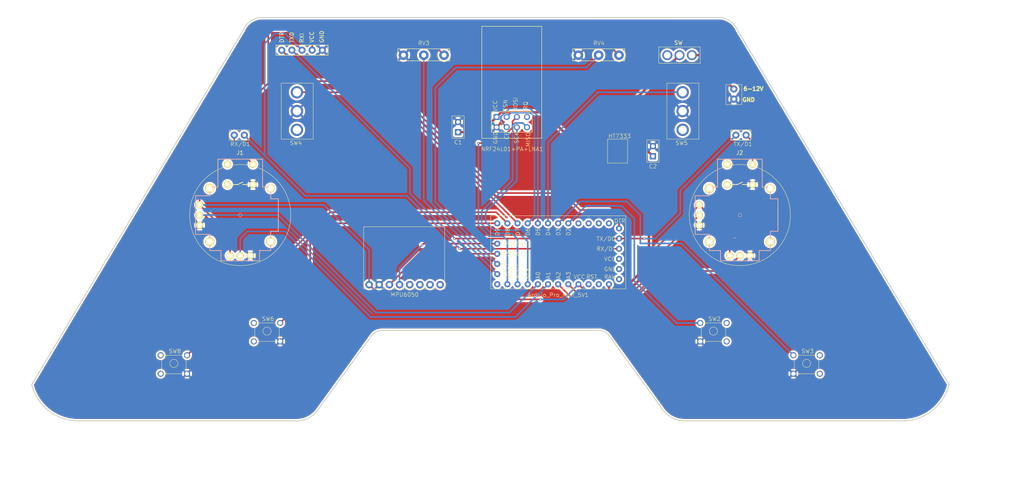
<source format=kicad_pcb>
(kicad_pcb (version 20240108) (generator "pcbnew") (generator_version "8.0")
  (layers (0 "F.Cu" signal "Front") (1 "In1.Cu" signal) (2 "In2.Cu" signal) (31 "B.Cu" signal "Back") (34 "B.Paste" user) (35 "F.Paste" user) (36 "B.SilkS" user "B.Silkscreen") (37 "F.SilkS" user "F.Silkscreen") (38 "B.Mask" user) (39 "F.Mask" user) (44 "Edge.Cuts" user))
  (net 0 "")
  (net 1 "CSN")
  (net 2 "Net-(Arduio_Pro_Mini_5V1-A1)")
  (net 4 "SCK")
  (net 5 "Net-(Arduio_Pro_Mini_5V1-D4)")
  (net 6 "VCC")
  (net 8 "RXI")
  (net 9 "Net-(Arduio_Pro_Mini_5V1-A2)")
  (net 10 "Net-(Arduio_Pro_Mini_5V1-A7)")
  (net 11 "Net-(Arduio_Pro_Mini_5V1-D7)")
  (net 12 "Net-(Arduio_Pro_Mini_5V1-D8)")
  (net 15 "Net-(Arduio_Pro_Mini_5V1-A3)")
  (net 16 "CE")
  (net 18 "Net-(Arduio_Pro_Mini_5V1-A6)")
  (net 19 "Net-(Arduio_Pro_Mini_5V1-D3)")
  (net 20 "Net-(Arduio_Pro_Mini_5V1-D2)")
  (net 21 "Net-(Arduio_Pro_Mini_5V1-D9)")
  (net 22 "MOSI")
  (net 23 "TX0")
  (net 24 "MISO")
  (net 25 "Net-(Arduio_Pro_Mini_5V1-A5)")
  (net 28 "DTR")
  (net 29 "Net-(Arduio_Pro_Mini_5V1-A4)")
  (net 31 "GND")
  (net 32 "3,3V")
  (net 38 "Net-(RX/D1-RX)")
  (net 47 "6-12V")
  (net 51 "Net-(TX/D1-TX)")
  (net 54 "Net-(Arduio_Pro_Mini_5V1-A0)")
  (net 57 "VIN")
  (net 58 "asd")
  (footprint "footprints:POTENTIOMETER" (layer "F.Cu") (at 179.92 74.92)
    (property "Reference" "RV3" (at 0 2.08 0) (layer "F.SilkS") (effects (font (thickness 0.1))))
    (property "Value" "R_Potentiometer" (hide yes))
    (pad "1" thru_hole circle (at -5.08 5.08) (size 2.4 2.4) (drill 1.2) (layers "*.Cu" "*.Mask") (net 31 "GND"))
    (pad "2" thru_hole circle (at 0 5.08) (size 2.4 2.4) (drill 1.2) (layers "*.Cu" "*.Mask") (net 10 "Net-(Arduio_Pro_Mini_5V1-A7)"))
    (pad "3" thru_hole circle (at 5.08 5.08) (size 2.4 2.4) (drill 1.2) (layers "*.Cu" "*.Mask") (net 6 "VCC"))
  )
  (footprint "footprints:MPU6050" (layer "F.Cu") (at 175.130925 118.916)
    (property "Reference" "MPU6050" (at 0 21 0) (layer "F.SilkS") (effects (font (thickness 0.1))))
    (property "Value" "~")
    (pad "1" thru_hole circle (at -8.89 18.5) (size 1.88 1.88) (drill 1.016) (layers "*.Cu" "*.Mask") (net 6 "VCC"))
    (pad "2" thru_hole circle (at -6.35 18.5) (size 1.88 1.88) (drill 1.016) (layers "*.Cu" "*.Mask") (net 31 "GND"))
    (pad "3" thru_hole circle (at -3.81 18.5) (size 1.88 1.88) (drill 1.016) (layers "*.Cu" "*.Mask") (net 25 "Net-(Arduio_Pro_Mini_5V1-A5)"))
    (pad "4" thru_hole circle (at -1.27 18.5) (size 1.88 1.88) (drill 1.016) (layers "*.Cu" "*.Mask") (net 29 "Net-(Arduio_Pro_Mini_5V1-A4)"))
    (pad "5" thru_hole circle (at 1.27 18.5) (size 1.88 1.88) (drill 1.016) (layers "*.Cu" "*.Mask"))
    (pad "6" thru_hole circle (at 3.81 18.5) (size 1.88 1.88) (drill 1.016) (layers "*.Cu" "*.Mask"))
    (pad "7" thru_hole circle (at 6.35 18.5) (size 1.88 1.88) (drill 1.016) (layers "*.Cu" "*.Mask"))
    (pad "8" thru_hole circle (at 8.89 18.5) (size 1.88 1.88) (drill 1.016) (layers "*.Cu" "*.Mask"))
  )
  (footprint "footprints:RXD1" (layer "F.Cu") (at 133.75 95.25)
    (property "Reference" "RX/D1" (at 0.25 7 0) (layer "F.SilkS") (effects (font (thickness 0.1))))
    (property "Value" "~")
    (pad "1" thru_hole circle (at -1.25 4.75) (size 1.778 1.778) (drill 0.914) (layers "*.Cu" "*.Mask") (net 38 "Net-(RX/D1-RX)"))
    (pad "2" thru_hole circle (at 1.29 4.75) (size 1.778 1.778) (drill 0.914) (layers "*.Cu" "*.Mask") (net 8 "RXI"))
  )
  (footprint "footprints:BTN" (layer "F.Cu") (at 275.691 150)
    (property "Reference" "SW3" (at 0.254 4.064 0) (layer "F.SilkS") (effects (font (thickness 0.1))))
    (property "Value" "SW_Push_Dual" (hide yes))
    (pad "1" thru_hole circle (at -3.302 5.08) (size 1.524 1.524) (drill 1) (layers "*.Cu" "*.Mask") (net 19 "Net-(Arduio_Pro_Mini_5V1-D3)"))
    (pad "2" thru_hole circle (at 3.302 5.08) (size 1.524 1.524) (drill 1) (layers "*.Cu" "*.Mask"))
    (pad "3" thru_hole circle (at -3.3 9.7) (size 1.524 1.524) (drill 1) (layers "*.Cu" "*.Mask") (net 31 "GND"))
    (pad "4" thru_hole circle (at 3.3 9.7) (size 1.524 1.524) (drill 1) (layers "*.Cu" "*.Mask"))
  )
  (footprint "footprints:NRF24L01" (layer "F.Cu") (at 201.94 68.79)
    (property "Reference" "NRF24L01+PA+LNA1" (at 0.06 34.71 0) (layer "F.SilkS") (effects (font (thickness 0.1))))
    (property "Value" "~")
    (fp_text user "IRQ" (at 4.064 25.4 90) (layer "F.SilkS") (effects (font (thickness 0.1)) (justify left bottom)))
    (fp_text user "SCK" (at 1.8 33.4 90) (layer "F.SilkS") (effects (font (thickness 0.1)) (justify left bottom)))
    (fp_text user "MOSI" (at 1.524 25.4 90) (layer "F.SilkS") (effects (font (thickness 0.1)) (justify left bottom)))
    (fp_text user "VCC" (at -3.556 25.4 90) (layer "F.SilkS") (effects (font (thickness 0.1)) (justify left bottom)))
    (fp_text user "MISO" (at 4.7 34.2 90) (layer "F.SilkS") (effects (font (thickness 0.1)) (justify left bottom)))
    (fp_text user "CSN" (at -1.016 25.4 90) (layer "F.SilkS") (effects (font (thickness 0.1)) (justify left bottom)))
    (fp_text user "GND" (at -3.5 33.5 90) (layer "F.SilkS") (effects (font (thickness 0.1)) (justify left bottom)))
    (fp_text user "CE" (at -0.7 32.4 90) (layer "F.SilkS") (effects (font (thickness 0.1)) (justify left bottom)))
    (pad "1" thru_hole rect (at -3.81 26.67 180) (size 1.499 1.499) (drill 0.914) (layers "*.Cu" "*.Mask") (net 32 "3,3V"))
    (pad "2" thru_hole circle (at -3.81 29.25 90) (size 1.499 1.499) (drill 0.914) (layers "*.Cu" "*.Mask") (net 31 "GND"))
    (pad "3" thru_hole circle (at -1.27 26.67) (size 1.499 1.499) (drill 0.914) (layers "*.Cu" "*.Mask") (net 1 "CSN"))
    (pad "4" thru_hole circle (at -1.27 29.21) (size 1.499 1.499) (drill 0.914) (layers "*.Cu" "*.Mask") (net 16 "CE"))
    (pad "5" thru_hole circle (at 1.27 26.67 180) (size 1.499 1.499) (drill 0.914) (layers "*.Cu" "*.Mask") (net 22 "MOSI"))
    (pad "6" thru_hole circle (at 1.27 29.25) (size 1.499 1.499) (drill 0.914) (layers "*.Cu" "*.Mask") (net 4 "SCK"))
    (pad "7" thru_hole circle (at 3.81 26.67) (size 1.499 1.499) (drill 0.914) (layers "*.Cu" "*.Mask"))
    (pad "8" thru_hole circle (at 3.81 29.25) (size 1.499 1.499) (drill 0.914) (layers "*.Cu" "*.Mask") (net 24 "MISO"))
  )
  (footprint "footprints:C" (layer "F.Cu") (at 237.25 95.13)
    (property "Reference" "C2" (at 0 12.7 0) (layer "F.SilkS") (effects (font (thickness 0.1))))
    (property "Value" "C")
    (pad "1" thru_hole circle (at 0 7.62) (size 1.57 1.57) (drill 0.9) (layers "*.Cu" "*.Mask") (net 31 "GND"))
    (pad "2" thru_hole rect (at 0 10.16) (size 1.57 1.57) (drill 0.9) (layers "*.Cu" "*.Mask") (net 57 "VIN"))
  )
  (footprint "footprints:HT7333" (layer "F.Cu") (at 231.9 104)
    (property "Reference" "HT7333" (at -3 -3.75 0) (layer "F.SilkS") (effects (font (thickness 0.1))))
    (property "Value" "~" (hide yes))
    (pad "1" smd oval (at -3.5 -1.2 180) (size 1.5 3) (layers "F.Cu" "F.Paste" "F.Mask") (net 57 "VIN"))
    (pad "2" smd oval (at -5 1.5 180) (size 0.7 1.9) (layers "F.Cu" "F.Paste" "F.Mask") (net 31 "GND"))
    (pad "3" smd oval (at -3.5 1.5 180) (size 0.7 2.1) (layers "F.Cu" "F.Paste" "F.Mask") (net 57 "VIN"))
    (pad "4" smd oval (at -2 1.5 180) (size 0.7 1.9) (layers "F.Cu" "F.Paste" "F.Mask") (net 32 "3,3V"))
  )
  (footprint "footprints:6-12V" (layer "F.Cu") (at 257.5 81.86)
    (property "Reference" "6-12V1" (hide yes))
    (property "Value" "~" (hide yes))
    (pad "3" thru_hole circle (at 0 6.6) (size 1.8 1.8) (drill 0.89) (layers "*.Cu" "*.Mask") (net 47 "6-12V"))
    (pad "4" thru_hole circle (at 0 9.14) (size 1.8 1.8) (drill 0.89) (layers "*.Cu" "*.Mask") (net 31 "GND"))
  )
  (footprint "footprints:MAIN_PINS" (layer "F.Cu") (at 149.46 73.5)
    (property "Reference" "DTRTXORXIVCCGND1" (hide yes))
    (property "Value" "~")
    (pad "1" thru_hole circle (at -5.08 5.25) (size 1.778 1.778) (drill 0.914) (layers "*.Cu" "*.Mask") (net 28 "DTR"))
    (pad "2" thru_hole circle (at -2.54 5.25) (size 1.778 1.778) (drill 0.914) (layers "*.Cu" "*.Mask") (net 23 "TX0"))
    (pad "3" thru_hole circle (at 0 5.25) (size 1.778 1.778) (drill 0.914) (layers "*.Cu" "*.Mask") (net 8 "RXI"))
    (pad "4" thru_hole circle (at 2.54 5.25) (size 1.778 1.778) (drill 0.914) (layers "*.Cu" "*.Mask") (net 6 "VCC"))
    (pad "5" thru_hole circle (at 5.08 5.25) (size 1.778 1.778) (drill 0.914) (layers "*.Cu" "*.Mask") (net 31 "GND"))
  )
  (footprint "footprints:ARDUINO" (layer "F.Cu") (at 213.54 113.186)
    (property "Reference" "Arduio_Pro_Mini_5V1" (at 0 26.814 0) (layer "F.SilkS") (effects (font (thickness 0.1))))
    (property "Value" "~")
    (fp_text user "MOSI" (at -11.43 22.86 90) (layer "F.SilkS") (effects (font (thickness 0.1)) (justify left bottom)))
    (fp_text user "RX/D1" (at 9.525 15.875 0) (layer "F.SilkS") (effects (font (thickness 0.1)) (justify left bottom)))
    (fp_text user "MISO" (at -9.525 22.86 90) (layer "F.SilkS") (effects (font (thickness 0.1)) (justify left bottom)))
    (fp_text user "A6" (at -13.97 17.78 -90) (layer "F.SilkS") (effects (font (thickness 0.1)) (justify left bottom)))
    (fp_text user "VCC" (at 3.81 22.86 0) (layer "F.SilkS") (effects (font (thickness 0.1)) (justify left bottom)))
    (fp_text user "A4(SDA)" (at -13.97 14.605 0) (layer "F.SilkS") (effects (font (thickness 0.1)) (justify left bottom)))
    (fp_text user "A0" (at -4.445 22.86 90) (layer "F.SilkS") (effects (font (thickness 0.1)) (justify left bottom)))
    (fp_text user "D8" (at -12.065 12.065 90) (layer "F.SilkS") (effects (font (thickness 0.1)) (justify left bottom)))
    (fp_text user "DTR" (at 13.97 8.89 0) (layer "F.SilkS") (effects (font (thickness 0.1)) (justify left bottom)))
    (fp_text user "D7" (at -9.525 12.065 90) (layer "F.SilkS") (effects (font (thickness 0.1)) (justify left bottom)))
    (fp_text user "GND" (at 11.43 20.955 0) (layer "F.SilkS") (effects (font (thickness 0.1)) (justify left bottom)))
    (fp_text user "D6" (at -6.985 12.065 90) (layer "F.SilkS") (effects (font (thickness 0.1)) (justify left bottom)))
    (fp_text user "D5" (at -4.445 12.065 90) (layer "F.SilkS") (effects (font (thickness 0.1)) (justify left bottom)))
    (fp_text user "D2" (at 3.175 12.065 90) (layer "F.SilkS") (effects (font (thickness 0.1)) (justify left bottom)))
    (fp_text user "A5(SCL)" (at -13.97 17.145 0) (layer "F.SilkS") (effects (font (thickness 0.1)) (justify left bottom)))
    (fp_text user "A1" (at -1.905 22.86 90) (layer "F.SilkS") (effects (font (thickness 0.1)) (justify left bottom)))
    (fp_text user "VCC" (at 11.43 18.415 0) (layer "F.SilkS") (effects (font (thickness 0.1)) (justify left bottom)))
    (fp_text user "A2" (at 0.635 22.86 90) (layer "F.SilkS") (effects (font (thickness 0.1)) (justify left bottom)))
    (fp_text user "SCK" (at -6.985 22.86 90) (layer "F.SilkS") (effects (font (thickness 0.1)) (justify left bottom)))
    (fp_text user "A7" (at -13.97 20.32 -90) (layer "F.SilkS") (effects (font (thickness 0.1)) (justify left bottom)))
    (fp_text user "D4" (at -1.905 12.065 90) (layer "F.SilkS") (effects (font (thickness 0.1)) (justify left bottom)))
    (fp_text user "RST" (at 6.985 22.86 0) (layer "F.SilkS") (effects (font (thickness 0.1)) (justify left bottom)))
    (fp_text user "A3" (at 3.175 22.86 90) (layer "F.SilkS") (effects (font (thickness 0.1)) (justify left bottom)))
    (fp_text user "D3" (at 0.635 12.065 90) (layer "F.SilkS") (effects (font (thickness 0.1)) (justify left bottom)))
    (fp_text user "TX/DO" (at 9.525 13.335 0) (layer "F.SilkS") (effects (font (thickness 0.1)) (justify left bottom)))
    (fp_text user "RAW" (at 11.43 22.86 0) (layer "F.SilkS") (effects (font (thickness 0.1)) (justify left bottom)))
    (fp_text user "D9" (at -14.605 12.065 90) (layer "F.SilkS") (effects (font (thickness 0.1)) (justify left bottom)))
    (pad "1" thru_hole circle (at 5.08 8.89) (size 1.524 1.524) (drill 0.762) (layers "*.Cu" "*.Mask") (net 58 "asd"))
    (pad "2" thru_hole circle (at 2.54 8.89) (size 1.524 1.524) (drill 0.762) (layers "*.Cu" "*.Mask") (net 20 "Net-(Arduio_Pro_Mini_5V1-D2)"))
    (pad "3" thru_hole circle (at 0 8.89) (size 1.524 1.524) (drill 0.762) (layers "*.Cu" "*.Mask") (net 19 "Net-(Arduio_Pro_Mini_5V1-D3)"))
    (pad "4" thru_hole circle (at -2.54 8.89) (size 1.524 1.524) (drill 0.762) (layers "*.Cu" "*.Mask") (net 5 "Net-(Arduio_Pro_Mini_5V1-D4)"))
    (pad "5" thru_hole circle (at -5.08 8.89) (size 1.524 1.524) (drill 0.762) (layers "*.Cu" "*.Mask") (net 16 "CE"))
    (pad "6" thru_hole circle (at -7.62 8.89) (size 1.524 1.524) (drill 0.762) (layers "*.Cu" "*.Mask") (net 1 "CSN"))
    (pad "7" thru_hole circle (at -10.16 8.89) (size 1.524 1.524) (drill 0.762) (layers "*.Cu" "*.Mask") (net 11 "Net-(Arduio_Pro_Mini_5V1-D7)"))
    (pad "8" thru_hole circle (at -12.7 8.89) (size 1.524 1.524) (drill 0.762) (layers "*.Cu" "*.Mask") (net 12 "Net-(Arduio_Pro_Mini_5V1-D8)"))
    (pad "9" thru_hole circle (at -15.24 8.89) (size 1.524 1.524) (drill 0.762) (layers "*.Cu" "*.Mask") (net 21 "Net-(Arduio_Pro_Mini_5V1-D9)"))
    (pad "10" thru_hole circle (at -15.24 24.13) (size 1.524 1.524) (drill 0.762) (layers "*.Cu" "*.Mask"))
    (pad "11" thru_hole circle (at -12.7 24.13) (size 1.524 1.524) (drill 0.762) (layers "*.Cu" "*.Mask") (net 22 "MOSI"))
    (pad "12" thru_hole circle (at -10.16 24.13) (size 1.524 1.524) (drill 0.762) (layers "*.Cu" "*.Mask") (net 24 "MISO"))
    (pad "13" thru_hole circle (at -7.62 24.13) (size 1.524 1.524) (drill 0.762) (layers "*.Cu" "*.Mask") (net 4 "SCK"))
    (pad "14" thru_hole circle (at -2.54 24.13) (size 1.524 1.524) (drill 0.762) (layers "*.Cu" "*.Mask") (net 2 "Net-(Arduio_Pro_Mini_5V1-A1)"))
    (pad "15" thru_hole circle (at 0 24.13) (size 1.524 1.524) (drill 0.762) (layers "*.Cu" "*.Mask") (net 9 "Net-(Arduio_Pro_Mini_5V1-A2)"))
    (pad "16" thru_hole circle (at 2.54 24.13) (size 1.524 1.524) (drill 0.762) (layers "*.Cu" "*.Mask") (net 15 "Net-(Arduio_Pro_Mini_5V1-A3)"))
    (pad "17" thru_hole circle (at 5.08 24.13) (size 1.524 1.524) (drill 0.762) (layers "*.Cu" "*.Mask") (net 6 "VCC"))
    (pad "18" thru_hole circle (at 7.62 24.13) (size 1.524 1.524) (drill 0.762) (layers "*.Cu" "*.Mask"))
    (pad "19" thru_hole circle (at 10.16 24.13) (size 1.524 1.524) (drill 0.762) (layers "*.Cu" "*.Mask"))
    (pad "20" thru_hole circle (at 12.7 24.13) (size 1.524 1.524) (drill 0.762) (layers "*.Cu" "*.Mask") (net 57 "VIN"))
    (pad "21" thru_hole circle (at 7.62 8.89) (size 1.524 1.524) (drill 0.762) (layers "*.Cu" "*.Mask"))
    (pad "22" thru_hole circle (at 10.16 8.89) (size 1.524 1.524) (drill 0.762) (layers "*.Cu" "*.Mask"))
    (pad "23" thru_hole circle (at 12.7 8.89) (size 1.524 1.524) (drill 0.762) (layers "*.Cu" "*.Mask"))
    (pad "25" thru_hole circle (at -15.24 13.97) (size 1.524 1.524) (drill 0.762) (layers "*.Cu" "*.Mask") (net 29 "Net-(Arduio_Pro_Mini_5V1-A4)"))
    (pad "26" thru_hole circle (at -15.24 16.51) (size 1.524 1.524) (drill 0.762) (layers "*.Cu" "*.Mask") (net 25 "Net-(Arduio_Pro_Mini_5V1-A5)"))
    (pad "27" thru_hole circle (at -15.24 19.05) (size 1.524 1.524) (drill 0.762) (layers "*.Cu" "*.Mask") (net 18 "Net-(Arduio_Pro_Mini_5V1-A6)"))
    (pad "28" thru_hole circle (at -15.24 21.59) (size 1.524 1.524) (drill 0.762) (layers "*.Cu" "*.Mask") (net 10 "Net-(Arduio_Pro_Mini_5V1-A7)"))
    (pad "29" thru_hole circle (at 15.24 12.7) (size 1.524 1.524) (drill 0.762) (layers "*.Cu" "*.Mask") (net 23 "TX0"))
    (pad "30" thru_hole circle (at 15.24 15.24) (size 1.524 1.524) (drill 0.762) (layers "*.Cu" "*.Mask") (net 8 "RXI"))
    (pad "31" thru_hole circle (at 15.24 17.78) (size 1.524 1.524) (drill 0.762) (layers "*.Cu" "*.Mask"))
    (pad "32" thru_hole circle (at 15.24 20.32) (size 1.524 1.524) (drill 0.762) (layers "*.Cu" "*.Mask"))
    (pad "33" thru_hole circle (at 15.24 22.86) (size 1.524 1.524) (drill 0.762) (layers "*.Cu" "*.Mask"))
    (pad "34" thru_hole circle (at 15.24 10.16) (size 1.524 1.524) (drill 0.762) (layers "*.Cu" "*.Mask") (net 28 "DTR"))
    (pad "35" thru_hole circle (at -5.08 24.13) (size 1.524 1.524) (drill 0.762) (layers "*.Cu" "*.Mask") (net 54 "Net-(Arduio_Pro_Mini_5V1-A0)"))
  )
  (footprint "footprints:JOYSTICK" (layer "F.Cu") (at 259 120)
    (property "Reference" "Joystick1" (hide yes))
    (property "Value" "~" (at -1.27 5.715 0) (layer "B.SilkS") (effects (font (size 1.27 1.27) (thickness 0.1016))))
    (pad "1" thru_hole circle (at -2.54 10.16) (size 1.778 1.778) (drill 0.889) (layers "*.Cu" "F.Paste" "F.SilkS" "F.Mask") (net 6 "VCC"))
    (pad "2" thru_hole circle (at 0 10.16) (size 1.778 1.778) (drill 0.889) (layers "*.Cu" "F.Paste" "F.SilkS" "F.Mask") (net 9 "Net-(Arduio_Pro_Mini_5V1-A2)"))
    (pad "3" thru_hole circle (at 2.54 10.16) (size 1.778 1.778) (drill 0.889) (layers "*.Cu" "F.Paste" "F.SilkS" "F.Mask") (net 31 "GND"))
    (pad "4" thru_hole circle (at -10.16 -2.54) (size 1.778 1.778) (drill 0.889) (layers "*.Cu" "F.Paste" "F.SilkS" "F.Mask") (net 6 "VCC"))
    (pad "5" thru_hole circle (at -10.16 0) (size 1.778 1.778) (drill 0.889) (layers "*.Cu" "F.Paste" "F.SilkS" "F.Mask") (net 15 "Net-(Arduio_Pro_Mini_5V1-A3)"))
    (pad "6" thru_hole circle (at -10.16 2.54) (size 1.778 1.778) (drill 0.889) (layers "*.Cu" "F.Paste" "F.SilkS" "F.Mask") (net 31 "GND"))
    (pad "7" thru_hole circle (at -3.175 -7.62) (size 1.778 1.778) (drill 0.89916) (layers "*.Cu" "F.Paste" "F.SilkS" "F.Mask"))
    (pad "8" thru_hole circle (at 3.175 -7.62) (size 1.778 1.778) (drill 0.89916) (layers "*.Cu" "F.Paste" "F.SilkS" "F.Mask") (net 31 "GND"))
    (pad "9" thru_hole circle (at 3.175 -12.7) (size 1.778 1.778) (drill 0.89916) (layers "*.Cu" "F.Paste" "F.SilkS" "F.Mask") (net 51 "Net-(TX/D1-TX)"))
    (pad "10" thru_hole circle (at -3.175 -12.7) (size 1.778 1.778) (drill 0.89916) (layers "*.Cu" "F.Paste" "F.SilkS" "F.Mask"))
    (pad "MOUN" thru_hole circle (at -7.62 -6.6675) (size 2.286 2.286) (drill 1.397) (layers "F&B.Cu" "F.Paste" "F.SilkS" "F.Mask"))
    (pad "MOUN" thru_hole circle (at -7.62 6.6675) (size 2.286 2.286) (drill 1.397) (layers "*.Cu" "F.Paste" "F.SilkS" "F.Mask"))
    (pad "MOUN" thru_hole circle (at 7.62 -6.6675) (size 2 2) (drill 1.397) (layers "*.Cu" "F.Paste" "F.SilkS" "F.Mask"))
    (pad "MOUN" thru_hole circle (at 7.62 6.6675) (size 2.286 2.286) (drill 1.397) (layers "*.Cu" "F.Paste" "F.SilkS" "F.Mask"))
  )
  (footprint "footprints:JOYSTICK" (layer "F.Cu") (at 134 120)
    (property "Reference" "Joystick2" (hide yes))
    (property "Value" "~" (hide yes))
    (pad "1" thru_hole circle (at -2.54 10.16) (size 1.778 1.778) (drill 0.889) (layers "*.Cu" "F.Paste" "F.SilkS" "F.Mask") (net 6 "VCC"))
    (pad "2" thru_hole circle (at 0 10.16) (size 1.778 1.778) (drill 0.889) (layers "*.Cu" "F.Paste" "F.SilkS" "F.Mask") (net 2 "Net-(Arduio_Pro_Mini_5V1-A1)"))
    (pad "3" thru_hole circle (at 2.54 10.16) (size 1.778 1.778) (drill 0.889) (layers "*.Cu" "F.Paste" "F.SilkS" "F.Mask") (net 31 "GND"))
    (pad "4" thru_hole circle (at -10.16 -2.54) (size 1.778 1.778) (drill 0.889) (layers "*.Cu" "F.Paste" "F.SilkS" "F.Mask") (net 6 "VCC"))
    (pad "5" thru_hole circle (at -10.16 0) (size 1.778 1.778) (drill 0.889) (layers "*.Cu" "F.Paste" "F.SilkS" "F.Mask") (net 54 "Net-(Arduio_Pro_Mini_5V1-A0)"))
    (pad "6" thru_hole circle (at -10.16 2.54) (size 1.778 1.778) (drill 0.889) (layers "*.Cu" "F.Paste" "F.SilkS" "F.Mask") (net 31 "GND"))
    (pad "7" thru_hole circle (at -3.175 -7.62) (size 1.778 1.778) (drill 0.89916) (layers "*.Cu" "F.Paste" "F.SilkS" "F.Mask"))
    (pad "8" thru_hole circle (at 3.175 -7.62) (size 1.778 1.778) (drill 0.89916) (layers "*.Cu" "F.Paste" "F.SilkS" "F.Mask") (net 31 "GND"))
    (pad "9" thru_hole circle (at 3.175 -12.7) (size 1.778 1.778) (drill 0.89916) (layers "*.Cu" "F.Paste" "F.SilkS" "F.Mask") (net 38 "Net-(RX/D1-RX)"))
    (pad "10" thru_hole circle (at -3.175 -12.7) (size 1.778 1.778) (drill 0.89916) (layers "*.Cu" "F.Paste" "F.SilkS" "F.Mask"))
    (pad "MOUN" thru_hole circle (at -7.62 -6.6675) (size 2.286 2.286) (drill 1.397) (layers "F&B.Cu" "F.Paste" "F.SilkS" "F.Mask"))
    (pad "MOUN" thru_hole circle (at -7.62 6.6675) (size 2.286 2.286) (drill 1.397) (layers "*.Cu" "F.Paste" "F.SilkS" "F.Mask"))
    (pad "MOUN" thru_hole circle (at 7.62 -6.6675) (size 2 2) (drill 1.397) (layers "*.Cu" "F.Paste" "F.SilkS" "F.Mask"))
    (pad "MOUN" thru_hole circle (at 7.62 6.6675) (size 2.286 2.286) (drill 1.397) (layers "*.Cu" "F.Paste" "F.SilkS" "F.Mask"))
  )
  (footprint "footprints:BTN" (layer "F.Cu") (at 117.398 150)
    (property "Reference" "SW8" (at 0.254 4.064 0) (layer "F.SilkS") (effects (font (thickness 0.1))))
    (property "Value" "SW_Push_Dual" (hide yes))
    (pad "1" thru_hole circle (at -3.302 5.08) (size 1.524 1.524) (drill 1) (layers "*.Cu" "*.Mask"))
    (pad "2" thru_hole circle (at 3.302 5.08) (size 1.524 1.524) (drill 1) (layers "*.Cu" "*.Mask") (net 12 "Net-(Arduio_Pro_Mini_5V1-D8)"))
    (pad "3" thru_hole circle (at -3.3 9.7) (size 1.524 1.524) (drill 1) (layers "*.Cu" "*.Mask"))
    (pad "4" thru_hole circle (at 3.3 9.7) (size 1.524 1.524) (drill 1) (layers "*.Cu" "*.Mask") (net 31 "GND"))
  )
  (footprint "footprints:BTN" (layer "F.Cu") (at 140.698 141.92)
    (property "Reference" "SW6" (at 0.254 4.064 0) (layer "F.SilkS") (effects (font (thickness 0.1))))
    (property "Value" "SW_Push_Dual" (hide yes))
    (pad "1" thru_hole circle (at -3.302 5.08) (size 1.524 1.524) (drill 1) (layers "*.Cu" "*.Mask"))
    (pad "2" thru_hole circle (at 3.302 5.08) (size 1.524 1.524) (drill 1) (layers "*.Cu" "*.Mask") (net 21 "Net-(Arduio_Pro_Mini_5V1-D9)"))
    (pad "3" thru_hole circle (at -3.3 9.7) (size 1.524 1.524) (drill 1) (layers "*.Cu" "*.Mask"))
    (pad "4" thru_hole circle (at 3.3 9.7) (size 1.524 1.524) (drill 1) (layers "*.Cu" "*.Mask") (net 31 "GND"))
  )
  (footprint "footprints:SLIDING_SWITCH" (layer "F.Cu") (at 243.9 72.38)
    (property "Reference" "SW7" (hide yes))
    (property "Value" "SW_SPDT" (hide yes))
    (pad "1" thru_hole circle (at 3.1 7.62) (size 2.5 2.5) (drill 1.7) (layers "*.Cu" "*.Mask") (net 47 "6-12V"))
    (pad "2" thru_hole circle (at 0 7.62) (size 2.5 2.5) (drill 1.7) (layers "*.Cu" "*.Mask") (net 57 "VIN"))
    (pad "3" thru_hole circle (at -3.048 7.62) (size 2.5 2.5) (drill 1.7) (layers "*.Cu" "*.Mask"))
  )
  (footprint "footprints:POTENTIOMETER" (layer "F.Cu") (at 223.67 74.92)
    (property "Reference" "RV4" (at 0.08 2.08 0) (layer "F.SilkS") (effects (font (thickness 0.1))))
    (property "Value" "R_Potentiometer" (hide yes))
    (pad "1" thru_hole circle (at -5.08 5.08) (size 2.4 2.4) (drill 1.2) (layers "*.Cu" "*.Mask") (net 31 "GND"))
    (pad "2" thru_hole circle (at 0 5.08) (size 2.4 2.4) (drill 1.2) (layers "*.Cu" "*.Mask") (net 18 "Net-(Arduio_Pro_Mini_5V1-A6)"))
    (pad "3" thru_hole circle (at 5.08 5.08) (size 2.4 2.4) (drill 1.2) (layers "*.Cu" "*.Mask") (net 6 "VCC"))
  )
  (footprint "footprints:TOGGLE_SWITCH" (layer "F.Cu") (at 148.186 82.6819)
    (property "Reference" "SW4" (at -0.254 19.304 0) (layer "F.SilkS") (effects (font (thickness 0.1))))
    (property "Value" "SW_SPDT" (hide yes))
    (pad "1" thru_hole circle (at 0 16) (size 3.1 3.1) (drill 2.1) (layers "*.Cu" "*.Mask"))
    (pad "2" thru_hole circle (at 0 11.301) (size 3.1 3.1) (drill 2.1) (layers "*.Cu" "*.Mask") (net 31 "GND"))
    (pad "3" thru_hole circle (at 0 6.604) (size 3.1 3.1) (drill 2.1) (layers "*.Cu" "*.Mask") (net 11 "Net-(Arduio_Pro_Mini_5V1-D7)"))
  )
  (footprint "footprints:TOGGLE_SWITCH" (layer "F.Cu") (at 244.686 82.6819)
    (property "Reference" "SW5" (at -0.254 19.304 0) (layer "F.SilkS") (effects (font (thickness 0.1))))
    (property "Value" "SW_SPDT" (hide yes))
    (pad "1" thru_hole circle (at 0 16) (size 3.1 3.1) (drill 2.1) (layers "*.Cu" "*.Mask"))
    (pad "2" thru_hole circle (at 0 11.301) (size 3.1 3.1) (drill 2.1) (layers "*.Cu" "*.Mask") (net 31 "GND"))
    (pad "3" thru_hole circle (at 0 6.604) (size 3.1 3.1) (drill 2.1) (layers "*.Cu" "*.Mask") (net 5 "Net-(Arduio_Pro_Mini_5V1-D4)"))
  )
  (footprint "footprints:C" (layer "F.Cu") (at 188.5 89.106)
    (property "Reference" "C1" (at 0 12.7 0) (layer "F.SilkS") (effects (font (thickness 0.1))))
    (property "Value" "C")
    (pad "1" thru_hole circle (at 0 7.62) (size 1.57 1.57) (drill 0.9) (layers "*.Cu" "*.Mask") (net 31 "GND"))
    (pad "2" thru_hole rect (at 0 10.16) (size 1.57 1.57) (drill 0.9) (layers "*.Cu" "*.Mask") (net 32 "3,3V"))
  )
  (footprint "footprints:TXD0" (layer "F.Cu") (at 259.25 95.25)
    (property "Reference" "TX/D1" (at 0.5 7 0) (layer "F.SilkS") (effects (font (thickness 0.1))))
    (property "Value" "~" (hide yes))
    (pad "1" thru_hole circle (at 1.29 4.75) (size 1.778 1.778) (drill 0.914) (layers "*.Cu" "*.Mask") (net 51 "Net-(TX/D1-TX)"))
    (pad "2" thru_hole circle (at -1.25 4.75) (size 1.778 1.778) (drill 0.914) (layers "*.Cu" "*.Mask") (net 23 "TX0"))
  )
  (footprint "footprints:BTN" (layer "F.Cu") (at 252.391 141.92)
    (property "Reference" "SW2" (at 0.254 4.064 0) (layer "F.SilkS") (effects (font (thickness 0.1))))
    (property "Value" "SW_Push_Dual" (hide yes))
    (pad "1" thru_hole circle (at -3.302 5.08) (size 1.524 1.524) (drill 1) (layers "*.Cu" "*.Mask") (net 20 "Net-(Arduio_Pro_Mini_5V1-D2)"))
    (pad "2" thru_hole circle (at 3.302 5.08) (size 1.524 1.524) (drill 1) (layers "*.Cu" "*.Mask"))
    (pad "3" thru_hole circle (at -3.3 9.7) (size 1.524 1.524) (drill 1) (layers "*.Cu" "*.Mask") (net 31 "GND"))
    (pad "4" thru_hole circle (at 3.3 9.7) (size 1.524 1.524) (drill 1) (layers "*.Cu" "*.Mask"))
  )
  (gr_line (start 258.421361 73.741934) (end 311.323172 162.404887) (stroke (width 0.254)) (layer "Edge.Cuts"))
  (gr_arc (start 223.5 148.851616) (mid 224.838333 149.051233) (end 225.99165 149.758937) (stroke (width 0.254)) (layer "Edge.Cuts"))
  (gr_line (start 300.171361 171.491934) (end 245.171361 171.491934) (stroke (width 0.254)) (layer "Edge.Cuts"))
  (gr_line (start 225.99165 149.758937) (end 239.487642 168.383066) (stroke (width 0.254)) (layer "Edge.Cuts"))
  (gr_arc (start 134.75 73.75) (mid 136.649146 71.456385) (end 139.5 70.596118) (stroke (width 0.254)) (layer "Edge.Cuts"))
  (gr_arc (start 93 171.5) (mid 85.913154 168.810734) (end 81.848189 162.412953) (stroke (width 0.254)) (layer "Edge.Cuts"))
  (gr_arc (start 153.683719 168.391132) (mid 151.239202 170.671999) (end 148 171.5) (stroke (width 0.254)) (layer "Edge.Cuts"))
  (gr_line (start 139.5 70.596118) (end 253.671361 70.588052) (stroke (width 0.254)) (layer "Edge.Cuts"))
  (gr_arc (start 253.671361 70.588052) (mid 256.522219 71.448312) (end 258.421361 73.741934) (stroke (width 0.254)) (layer "Edge.Cuts"))
  (gr_line (start 169.5 148.851616) (end 223.5 148.851616) (stroke (width 0.254)) (layer "Edge.Cuts"))
  (gr_line (start 93 171.5) (end 148 171.5) (stroke (width 0.254)) (layer "Edge.Cuts"))
  (gr_arc (start 167.179711 149.767003) (mid 168.252836 149.088735) (end 169.5 148.851616) (stroke (width 0.254)) (layer "Edge.Cuts"))
  (gr_arc (start 245.171361 171.491934) (mid 241.932162 170.663928) (end 239.487642 168.383066) (stroke (width 0.254)) (layer "Edge.Cuts"))
  (gr_arc (start 311.323172 162.404887) (mid 307.258207 168.802667) (end 300.171361 171.491934) (stroke (width 0.254)) (layer "Edge.Cuts"))
  (gr_line (start 153.683719 168.391132) (end 167.179711 149.767003) (stroke (width 0.254)) (layer "Edge.Cuts"))
  (gr_line (start 81.848189 162.412953) (end 134.75 73.75) (stroke (width 0.254)) (layer "Edge.Cuts"))
  (gr_text "GND" (at 155 77 90) (layer "F.SilkS") (effects (font (size 1 1)) (justify left bottom)))
  (gr_text "SW" (at 242.5 77.5 0) (layer "F.SilkS") (effects (font (size 1 1)) (justify left bottom)))
  (gr_text "J2\n" (at 258 105 0) (layer "F.SilkS") (effects (font (size 1 1)) (justify left bottom)))
  (gr_text "GND\n" (at 259.5 91.75 0) (layer "F.SilkS") (effects (font (size 1 1) (thickness 0.25) (bold yes)) (justify left bottom)))
  (gr_text "6-12V" (at 259.75 89 0) (layer "F.SilkS") (effects (font (size 1 1) (thickness 0.25) (bold yes)) (justify left bottom)))
  (gr_text "DTR" (at 145 77 90) (layer "F.SilkS") (effects (font (size 1 1)) (justify left bottom)))
  (gr_text "RXI" (at 150 77 90) (layer "F.SilkS") (effects (font (size 1 1)) (justify left bottom)))
  (gr_text "TX0\n" (at 147.5 77 90) (layer "F.SilkS") (effects (font (size 1 1)) (justify left bottom)))
  (gr_text "VCC" (at 152.5 77 90) (layer "F.SilkS") (effects (font (size 1 1)) (justify left bottom)))
  (gr_text "J1\n" (at 133 105 0) (layer "F.SilkS") (effects (font (size 1 1)) (justify left bottom)))
  (segment (start 206.5835 94.3835) (end 207.6 95.4) (width 0.4) (layer "B.Cu") (net 1))
  (segment (start 207.6 95.4) (end 207.6 120.396) (width 0.4) (layer "B.Cu") (net 1))
  (segment (start 201.7465 94.3835) (end 206.5835 94.3835) (width 0.4) (layer "B.Cu") (net 1))
  (segment (start 207.6 120.396) (end 205.92 122.076) (width 0.4) (layer "B.Cu") (net 1))
  (segment (start 200.67 95.46) (end 201.7465 94.3835) (width 0.4) (layer "B.Cu") (net 1))
  (segment (start 135.8 124.1) (end 145.2 124.1) (width 0.4) (layer "B.Cu") (net 2))
  (segment (start 134 125.9) (end 135.8 124.1) (width 0.4) (layer "B.Cu") (net 2))
  (segment (start 134 130.16) (end 134 125.9) (width 0.4) (layer "B.Cu") (net 2))
  (segment (start 145.2 124.1) (end 166.6 145.5) (width 0.4) (layer "B.Cu") (net 2))
  (segment (start 166.6 145.5) (end 202.816 145.5) (width 0.4) (layer "B.Cu") (net 2))
  (segment (start 202.816 145.5) (end 211 137.316) (width 0.4) (layer "B.Cu") (net 2))
  (segment (start 205.92 137.316) (end 205.92 126.62) (width 0.4) (layer "B.Cu") (net 4))
  (segment (start 205.92 126.62) (end 203.1 123.8) (width 0.4) (layer "B.Cu") (net 4))
  (segment (start 195.4 119.2) (end 203.21 111.39) (width 0.4) (layer "B.Cu") (net 4))
  (segment (start 195.4 121.7) (end 195.4 119.2) (width 0.4) (layer "B.Cu") (net 4))
  (segment (start 203.21 111.39) (end 203.21 98.04) (width 0.4) (layer "B.Cu") (net 4))
  (segment (start 197.5 123.8) (end 195.4 121.7) (width 0.4) (layer "B.Cu") (net 4))
  (segment (start 203.1 123.8) (end 197.5 123.8) (width 0.4) (layer "B.Cu") (net 4))
  (segment (start 244.686 89.2859) (end 223.5141 89.2859) (width 0.4) (layer "B.Cu") (net 5))
  (segment (start 211 101.8) (end 211 122.076) (width 0.4) (layer "B.Cu") (net 5))
  (segment (start 223.5141 89.2859) (end 211 101.8) (width 0.4) (layer "B.Cu") (net 5))
  (segment (start 126.5 101.5) (end 126.5 96.5) (width 0.4) (layer "F.Cu") (net 6))
  (segment (start 238 133.5) (end 230 141.5) (width 0.4) (layer "F.Cu") (net 6))
  (segment (start 222.804 141.5) (end 218.62 137.316) (width 0.4) (layer "F.Cu") (net 6))
  (segment (start 150 73.5) (end 178.5 73.5) (width 0.4) (layer "F.Cu") (net 6))
  (segment (start 131.46 125.08) (end 123.84 117.46) (width 0.4) (layer "F.Cu") (net 6))
  (segment (start 134.25 88.75) (end 139.25 88.75) (width 0.4) (layer "F.Cu") (net 6))
  (segment (start 141 87) (end 141 73.5) (width 0.4) (layer "F.Cu") (net 6))
  (segment (start 209.1 141.1) (end 169.924925 141.1) (width 0.4) (layer "F.Cu") (net 6))
  (segment (start 123.84 104.16) (end 126.5 101.5) (width 0.4) (layer "F.Cu") (net 6))
  (segment (start 256.46 130.16) (end 256.46 125.08) (width 0.4) (layer "F.Cu") (net 6))
  (segment (start 123.84 117.46) (end 123.84 104.16) (width 0.4) (layer "F.Cu") (net 6))
  (segment (start 228.75 80) (end 222.25 73.5) (width 0.4) (layer "F.Cu") (net 6))
  (segment (start 152 75.5) (end 152 78.75) (width 0.4) (layer "F.Cu") (net 6))
  (segment (start 131.46 130.16) (end 131.46 125.08) (width 0.4) (layer "F.Cu") (net 6))
  (segment (start 126.5 96.5) (end 134.25 88.75) (width 0.4) (layer "F.Cu") (net 6))
  (segment (start 256.46 125.08) (end 248.84 117.46) (width 0.4) (layer "F.Cu") (net 6))
  (segment (start 230 141.5) (end 222.804 141.5) (width 0.4) (layer "F.Cu") (net 6))
  (segment (start 139.25 88.75) (end 141 87) (width 0.4) (layer "F.Cu") (net 6))
  (segment (start 141 73.5) (end 150 73.5) (width 0.4) (layer "F.Cu") (net 6))
  (segment (start 222.25 73.5) (end 178.5 73.5) (width 0.4) (layer "F.Cu") (net 6))
  (segment (start 169.924925 141.1) (end 166.240925 137.416) (width 0.4) (layer "F.Cu") (net 6))
  (segment (start 238 128.3) (end 238 133.5) (width 0.4) (layer "F.Cu") (net 6))
  (segment (start 248.84 117.46) (end 238 128.3) (width 0.4) (layer "F.Cu") (net 6))
  (segment (start 185 80) (end 178.5 73.5) (width 0.4) (layer "F.Cu") (net 6))
  (segment (start 150 73.5) (end 152 75.5) (width 0.4) (layer "F.Cu") (net 6))
  (via (at 209.1 141.1) (size 0.6) (drill 0.3) (layers "F.Cu" "B.Cu") (net 6))
  (segment (start 166.240925 128.740925) (end 166.240925 137.416) (width 0.4) (layer "B.Cu") (net 6))
  (segment (start 123.84 117.46) (end 154.96 117.46) (width 0.4) (layer "B.Cu") (net 6))
  (segment (start 214.836 141.1) (end 209.1 141.1) (width 0.4) (layer "B.Cu") (net 6))
  (segment (start 218.62 137.316) (end 214.836 141.1) (width 0.4) (layer "B.Cu") (net 6))
  (segment (start 154.96 117.46) (end 166.240925 128.740925) (width 0.4) (layer "B.Cu") (net 6))
  (segment (start 228.78 128.426) (end 188.9 128.426) (width 0.4) (layer "F.Cu") (net 8))
  (via (at 188.9 128.426) (size 0.6) (drill 0.3) (layers "F.Cu" "B.Cu") (net 8))
  (segment (start 149.46 78.75) (end 145.31 74.6) (width 0.4) (layer "B.Cu") (net 8))
  (segment (start 175.7 115.2) (end 188.9 128.4) (width 0.4) (layer "B.Cu") (net 8))
  (segment (start 140.1 77.1) (end 140.1 105) (width 0.4) (layer "B.Cu") (net 8))
  (segment (start 142.6 74.6) (end 140.1 77.1) (width 0.4) (layer "B.Cu") (net 8))
  (segment (start 145.31 74.6) (end 142.6 74.6) (width 0.4) (layer "B.Cu") (net 8))
  (segment (start 140.04 105) (end 150.24 115.2) (width 0.4) (layer "B.Cu") (net 8))
  (segment (start 140.1 105) (end 140.04 105) (width 0.4) (layer "B.Cu") (net 8))
  (segment (start 188.9 128.4) (end 188.9 128.426) (width 0.4) (layer "B.Cu") (net 8))
  (segment (start 140.04 105) (end 135.04 100) (width 0.4) (layer "B.Cu") (net 8))
  (segment (start 150.24 115.2) (end 175.7 115.2) (width 0.4) (layer "B.Cu") (net 8))
  (segment (start 229.75 143.75) (end 239.5 134) (width 0.4) (layer "F.Cu") (net 9))
  (segment (start 219.974 143.75) (end 229.75 143.75) (width 0.4) (layer "F.Cu") (net 9))
  (segment (start 255.16 134) (end 259 130.16) (width 0.4) (layer "F.Cu") (net 9))
  (segment (start 239.5 134) (end 255.16 134) (width 0.4) (layer "F.Cu") (net 9))
  (segment (start 213.54 137.316) (end 219.974 143.75) (width 0.4) (layer "F.Cu") (net 9))
  (segment (start 179.92 116.396) (end 198.3 134.776) (width 0.4) (layer "B.Cu") (net 10))
  (segment (start 179.92 80) (end 179.92 116.396) (width 0.4) (layer "B.Cu") (net 10))
  (segment (start 203.38 122.076) (end 170.5899 89.2859) (width 0.4) (layer "F.Cu") (net 11))
  (segment (start 170.5899 89.2859) (end 148.186 89.2859) (width 0.4) (layer "F.Cu") (net 11))
  (segment (start 156.48 119.3) (end 120.7 155.08) (width 0.4) (layer "F.Cu") (net 12))
  (segment (start 198.064 119.3) (end 156.48 119.3) (width 0.4) (layer "F.Cu") (net 12))
  (segment (start 200.84 122.076) (end 198.064 119.3) (width 0.4) (layer "F.Cu") (net 12))
  (segment (start 248.84 120) (end 239.281709 129.558291) (width 0.4) (layer "F.Cu") (net 15))
  (segment (start 221.987 143.223) (end 216.08 137.316) (width 0.4) (layer "F.Cu") (net 15))
  (segment (start 229.53171 143.223) (end 221.987 143.223) (width 0.4) (layer "F.Cu") (net 15))
  (segment (start 239.281709 129.558291) (end 239.281709 133.473001) (width 0.4) (layer "F.Cu") (net 15))
  (segment (start 239.281709 133.473001) (end 229.53171 143.223) (width 0.4) (layer "F.Cu") (net 15))
  (segment (start 199.2065 95.401099) (end 201.307599 93.3) (width 0.4) (layer "B.Cu") (net 16))
  (segment (start 206.5 93.3) (end 208.46 95.26) (width 0.4) (layer "B.Cu") (net 16))
  (segment (start 201.307599 93.3) (end 206.5 93.3) (width 0.4) (layer "B.Cu") (net 16))
  (segment (start 199.2065 96.5365) (end 199.2065 95.401099) (width 0.4) (layer "B.Cu") (net 16))
  (segment (start 200.67 98) (end 199.2065 96.5365) (width 0.4) (layer "B.Cu") (net 16))
  (segment (start 208.46 95.26) (end 208.46 122.076) (width 0.4) (layer "B.Cu") (net 16))
  (segment (start 182.8 88.2) (end 182.8 116.736) (width 0.4) (layer "B.Cu") (net 18))
  (segment (start 223.67 80) (end 220.57 83.1) (width 0.4) (layer "B.Cu") (net 18))
  (segment (start 182.8 116.736) (end 198.3 132.236) (width 0.4) (layer "B.Cu") (net 18))
  (segment (start 220.57 83.1) (end 187.9 83.1) (width 0.4) (layer "B.Cu") (net 18))
  (segment (start 187.9 83.1) (end 182.8 88.2) (width 0.4) (layer "B.Cu") (net 18))
  (segment (start 234.1 120) (end 234.1 127.1) (width 0.4) (layer "B.Cu") (net 19))
  (segment (start 219.016 116.6) (end 230.7 116.6) (width 0.4) (layer "B.Cu") (net 19))
  (segment (start 230.7 116.6) (end 234.1 120) (width 0.4) (layer "B.Cu") (net 19))
  (segment (start 213.54 122.076) (end 219.016 116.6) (width 0.4) (layer "B.Cu") (net 19))
  (segment (start 234.1 127.1) (end 244.409 127.1) (width 0.4) (layer "B.Cu") (net 19))
  (segment (start 244.409 127.1) (end 272.389 155.08) (width 0.4) (layer "B.Cu") (net 19))
  (segment (start 243.1 147) (end 232.6 136.5) (width 0.4) (layer "B.Cu") (net 20))
  (segment (start 232.6 120.9) (end 229.4 117.7) (width 0.4) (layer "B.Cu") (net 20))
  (segment (start 249.089 147) (end 243.1 147) (width 0.4) (layer "B.Cu") (net 20))
  (segment (start 229.4 117.7) (end 220.456 117.7) (width 0.4) (layer "B.Cu") (net 20))
  (segment (start 232.6 136.5) (end 232.6 120.9) (width 0.4) (layer "B.Cu") (net 20))
  (segment (start 220.456 117.7) (end 216.08 122.076) (width 0.4) (layer "B.Cu") (net 20))
  (segment (start 144 147) (end 151.5 139.5) (width 0.4) (layer "F.Cu") (net 21))
  (segment (start 156.324 122.076) (end 198.3 122.076) (width 0.4) (layer "F.Cu") (net 21))
  (segment (start 151.5 139.5) (end 151.5 126.9) (width 0.4) (layer "F.Cu") (net 21))
  (segment (start 151.5 126.9) (end 156.324 122.076) (width 0.4) (layer "F.Cu") (net 21))
  (segment (start 193.6 102) (end 198.192401 102) (width 0.4) (layer "F.Cu") (net 22))
  (segment (start 202.1335 98.058901) (end 202.1335 96.5365) (width 0.4) (layer "F.Cu") (net 22))
  (segment (start 198.192401 102) (end 202.1335 98.058901) (width 0.4) (layer "F.Cu") (net 22))
  (segment (start 202.1335 96.5365) (end 203.21 95.46) (width 0.4) (layer "F.Cu") (net 22))
  (via (at 193.6 102) (size 0.6) (drill 0.3) (layers "F.Cu" "B.Cu") (net 22))
  (segment (start 196.3 125.3) (end 193.6 122.6) (width 0.4) (layer "B.Cu") (net 22))
  (segment (start 199.8 125.3) (end 196.3 125.3) (width 0.4) (layer "B.Cu") (net 22))
  (segment (start 200.84 137.316) (end 200.84 126.34) (width 0.4) (layer "B.Cu") (net 22))
  (segment (start 200.84 126.34) (end 199.8 125.3) (width 0.4) (layer "B.Cu") (net 22))
  (segment (start 193.6 122.6) (end 193.6 102) (width 0.4) (layer "B.Cu") (net 22))
  (segment (start 235.1 125.9) (end 235.086 125.886) (width 0.4) (layer "F.Cu") (net 23))
  (segment (start 187.614 125.886) (end 187.6 125.9) (width 0.4) (layer "F.Cu") (net 23))
  (segment (start 228.78 125.886) (end 187.614 125.886) (width 0.4) (layer "F.Cu") (net 23))
  (segment (start 235.086 125.886) (end 228.78 125.886) (width 0.4) (layer "F.Cu") (net 23))
  (via (at 187.6 125.9) (size 0.6) (drill 0.3) (layers "F.Cu" "B.Cu") (net 23))
  (via (at 235.1 125.9) (size 0.6) (drill 0.3) (layers "F.Cu" "B.Cu") (net 23))
  (segment (start 176.480356 114.680356) (end 176.480356 108.310356) (width 0.4) (layer "B.Cu") (net 23))
  (segment (start 187.6 125.9) (end 187.6 125.8) (width 0.4) (layer "B.Cu") (net 23))
  (segment (start 187.6 125.8) (end 176.480356 114.680356) (width 0.4) (layer "B.Cu") (net 23))
  (segment (start 244.1 119.6) (end 237.8 125.9) (width 0.4) (layer "B.Cu") (net 23))
  (segment (start 244.1 113.9) (end 244.1 119.6) (width 0.4) (layer "B.Cu") (net 23))
  (segment (start 176.480356 108.310356) (end 146.92 78.75) (width 0.4) (layer "B.Cu") (net 23))
  (segment (start 237.8 125.9) (end 235.1 125.9) (width 0.4) (layer "B.Cu") (net 23))
  (segment (start 258 100) (end 244.1 113.9) (width 0.4) (layer "B.Cu") (net 23))
  (segment (start 194.4 119) (end 202.1335 111.2665) (width 0.4) (layer "B.Cu") (net 24))
  (segment (start 203.38 125.98) (end 202 124.6) (width 0.4) (layer "B.Cu") (net 24))
  (segment (start 202.764099 96.9635) (end 204.6735 96.9635) (width 0.4) (layer "B.Cu") (net 24))
  (segment (start 202.1335 97.594099) (end 202.764099 96.9635) (width 0.4) (layer "B.Cu") (net 24))
  (segment (start 194.4 122.2) (end 194.4 119) (width 0.4) (layer "B.Cu") (net 24))
  (segment (start 202.1335 111.2665) (end 202.1335 97.594099) (width 0.4) (layer "B.Cu") (net 24))
  (segment (start 204.6735 96.9635) (end 205.75 98.04) (width 0.4) (layer "B.Cu") (net 24))
  (segment (start 202 124.6) (end 196.8 124.6) (width 0.4) (layer "B.Cu") (net 24))
  (segment (start 196.8 124.6) (end 194.4 122.2) (width 0.4) (layer "B.Cu") (net 24))
  (segment (start 203.38 137.316) (end 203.38 125.98) (width 0.4) (layer "B.Cu") (net 24))
  (segment (start 171.320925 137.416) (end 179.040925 129.696) (width 0.4) (layer "F.Cu") (net 25))
  (segment (start 179.040925 129.696) (end 198.3 129.696) (width 0.4) (layer "F.Cu") (net 25))
  (segment (start 228.78 121.28) (end 228.78 123.346) (width 0.4) (layer "F.Cu") (net 28))
  (segment (start 144.38 78.75) (end 152.13 86.5) (width 0.4) (layer "F.Cu") (net 28))
  (segment (start 170.5 86.5) (end 198.5 114.5) (width 0.4) (layer "F.Cu") (net 28))
  (segment (start 152.13 86.5) (end 170.5 86.5) (width 0.4) (layer "F.Cu") (net 28))
  (segment (start 214.75 114.5) (end 219 118.75) (width 0.4) (layer "F.Cu") (net 28))
  (segment (start 226.25 118.75) (end 228.78 121.28) (width 0.4) (layer "F.Cu") (net 28))
  (segment (start 198.5 114.5) (end 214.75 114.5) (width 0.4) (layer "F.Cu") (net 28))
  (segment (start 219 118.75) (end 226.25 118.75) (width 0.4) (layer "F.Cu") (net 28))
  (segment (start 179.844 127.156) (end 179.5 127.5) (width 0.4) (layer "F.Cu") (net 29))
  (segment (start 198.3 127.156) (end 179.844 127.156) (width 0.4) (layer "F.Cu") (net 29))
  (via (at 179.5 127.5) (size 0.6) (drill 0.3) (layers "F.Cu" "B.Cu") (net 29))
  (segment (start 179.5 127.5) (end 173.860925 133.139075) (width 0.4) (layer "B.Cu") (net 29))
  (segment (start 173.860925 133.139075) (end 173.860925 137.416) (width 0.4) (layer "B.Cu") (net 29))
  (segment (start 224.5 108.75) (end 229.75 108.75) (width 0.6) (layer "F.Cu") (net 32))
  (segment (start 229.9 108.6) (end 229.9 105.5) (width 0.6) (layer "F.Cu") (net 32))
  (segment (start 188.5 99.266) (end 194.324 99.266) (width 0.6) (layer "F.Cu") (net 32))
  (segment (start 229.75 108.75) (end 229.9 108.6) (width 0.6) (layer "F.Cu") (net 32))
  (segment (start 194.324 99.266) (end 198.13 95.46) (width 0.6) (layer "F.Cu") (net 32))
  (segment (start 210.0335 94.2835) (end 224.5 108.75) (width 0.6) (layer "F.Cu") (net 32))
  (segment (start 199.3065 94.2835) (end 210.0335 94.2835) (width 0.6) (layer "F.Cu") (net 32))
  (segment (start 198.13 95.46) (end 199.3065 94.2835) (width 0.6) (layer "F.Cu") (net 32))
  (segment (start 132.5 100) (end 132.5 102.625) (width 0.4) (layer "F.Cu") (net 38))
  (segment (start 132.5 102.625) (end 137.175 107.3) (width 0.4) (layer "F.Cu") (net 38))
  (segment (start 247 80) (end 249.04 80) (width 0.6) (layer "F.Cu") (net 47))
  (segment (start 249.04 80) (end 257.5 88.46) (width 0.6) (layer "F.Cu") (net 47))
  (segment (start 262.175 101.635) (end 260.54 100) (width 0.4) (layer "F.Cu") (net 51))
  (segment (start 262.175 107.3) (end 262.175 101.635) (width 0.4) (layer "F.Cu") (net 51))
  (segment (start 208.46 137.316) (end 201.376 144.4) (width 0.4) (layer "B.Cu") (net 54))
  (segment (start 201.376 144.4) (end 167.9 144.4) (width 0.4) (layer "B.Cu") (net 54))
  (segment (start 167.9 144.4) (end 143.5 120) (width 0.4) (layer "B.Cu") (net 54))
  (segment (start 143.5 120) (end 123.84 120) (width 0.4) (layer "B.Cu") (net 54))
  (segment (start 228.4 105.5) (end 228.4 104.55) (width 0.6) (layer "F.Cu") (net 57))
  (segment (start 228.4 95.5) (end 243.9 80) (width 0.6) (layer "F.Cu") (net 57))
  (segment (start 226.24 138.49) (end 226.24 137.316) (width 0.6) (layer "F.Cu") (net 57))
  (segment (start 228.827 104.123) (end 236.083 104.123) (width 0.6) (layer "F.Cu") (net 57))
  (segment (start 236.25 115.75) (end 236.25 132.25) (width 0.6) (layer "F.Cu") (net 57))
  (segment (start 241.25 110.75) (end 236.25 115.75) (width 0.6) (layer "F.Cu") (net 57))
  (segment (start 229 139.5) (end 227.25 139.5) (width 0.6) (layer "F.Cu") (net 57))
  (segment (start 228.4 104.55) (end 228.827 104.123) (width 0.6) (layer "F.Cu") (net 57))
  (segment (start 227.25 139.5) (end 226.24 138.49) (width 0.6) (layer "F.Cu") (net 57))
  (segment (start 241.25 102) (end 241.25 110.75) (width 0.6) (layer "F.Cu") (net 57))
  (segment (start 236.25 132.25) (end 229 139.5) (width 0.6) (layer "F.Cu") (net 57))
  (segment (start 236.083 104.123) (end 237.25 105.29) (width 0.6) (layer "F.Cu") (net 57))
  (segment (start 228.4 105.5) (end 228.4 102.8) (width 0.6) (layer "F.Cu") (net 57))
  (segment (start 228.4 102.8) (end 228.4 95.5) (width 0.6) (layer "F.Cu") (net 57))
  (segment (start 234.75 95.5) (end 241.25 102) (width 0.6) (layer "F.Cu") (net 57))
  (segment (start 228.4 95.5) (end 234.75 95.5) (width 0.6) (layer "F.Cu") (net 57))
  (zone (net 31) (net_name "GND") (layers "F&B.Cu") (connect_pads (clearance 0.5)) (min_thickness 0.25) (fill yes (thermal_gap 0.5) (thermal_bridge_width 0.5))
    (polygon (pts (xy 74.1 66.2) (xy 73.9 185.6) (xy 330.1 185.6) (xy 329.6 66.6)))
  )
)
</source>
